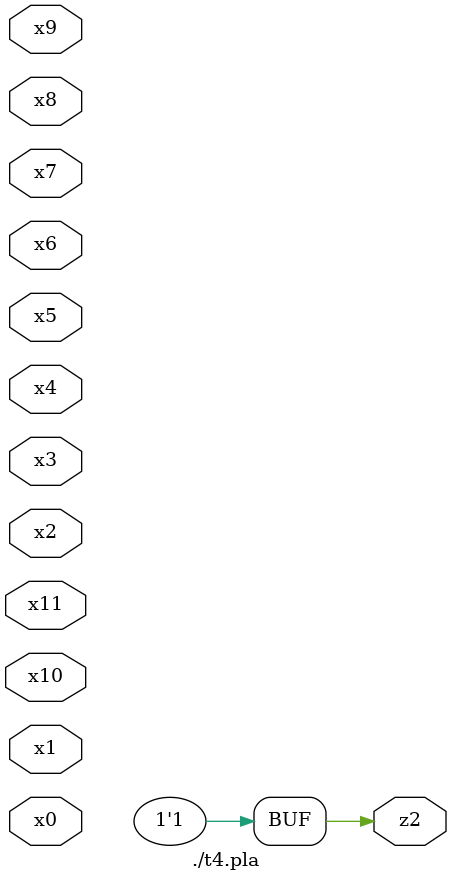
<source format=v>

module \./t4.pla  ( 
    x0, x1, x2, x3, x4, x5, x6, x7, x8, x9, x10, x11,
    z2  );
  input  x0, x1, x2, x3, x4, x5, x6, x7, x8, x9, x10, x11;
  output z2;
  assign z2 = 1'b1;
endmodule



</source>
